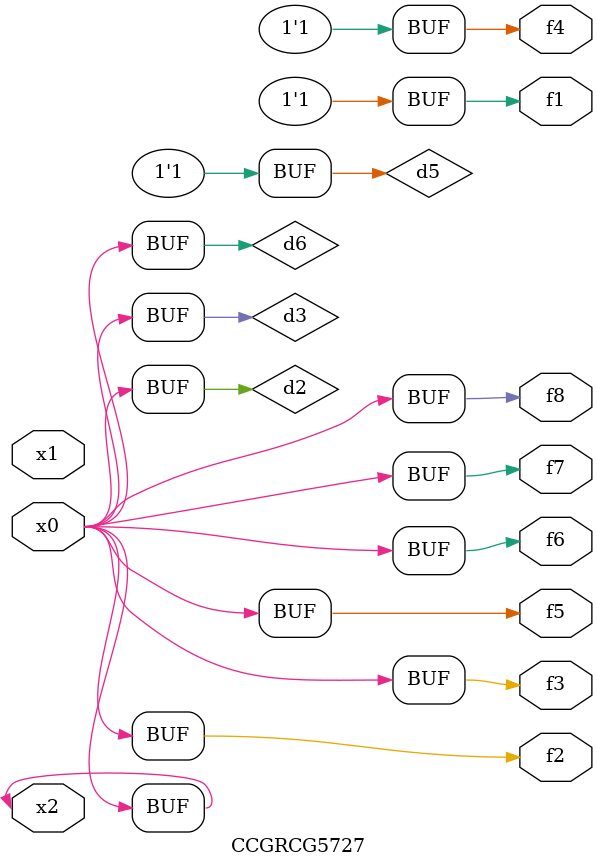
<source format=v>
module CCGRCG5727(
	input x0, x1, x2,
	output f1, f2, f3, f4, f5, f6, f7, f8
);

	wire d1, d2, d3, d4, d5, d6;

	xnor (d1, x2);
	buf (d2, x0, x2);
	and (d3, x0);
	xnor (d4, x1, x2);
	nand (d5, d1, d3);
	buf (d6, d2, d3);
	assign f1 = d5;
	assign f2 = d6;
	assign f3 = d6;
	assign f4 = d5;
	assign f5 = d6;
	assign f6 = d6;
	assign f7 = d6;
	assign f8 = d6;
endmodule

</source>
